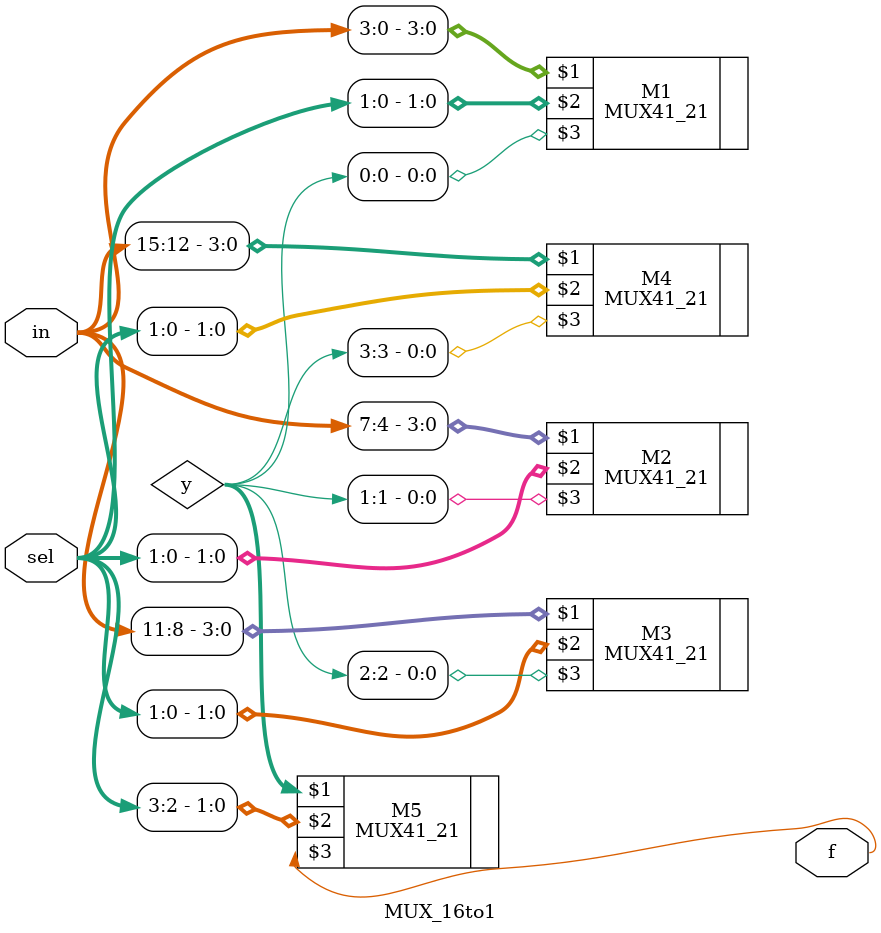
<source format=v>
`timescale 1ns / 1ps


module MUX_16to1(
    input [15:0] in,
    input [3:0] sel,
    output f
    );
    
 wire [3:0] y;
 MUX41_21 M1 (in[3:0], sel[1:0], y[0]);
 MUX41_21 M2 (in[7:4], sel[1:0], y[1]);
 MUX41_21 M3 (in[11:8], sel[1:0], y[2]);
 MUX41_21 M4 (in[15:12], sel[1:0], y[3]);
 MUX41_21 M5 (y, sel[3:2], f);
 
 
endmodule

</source>
